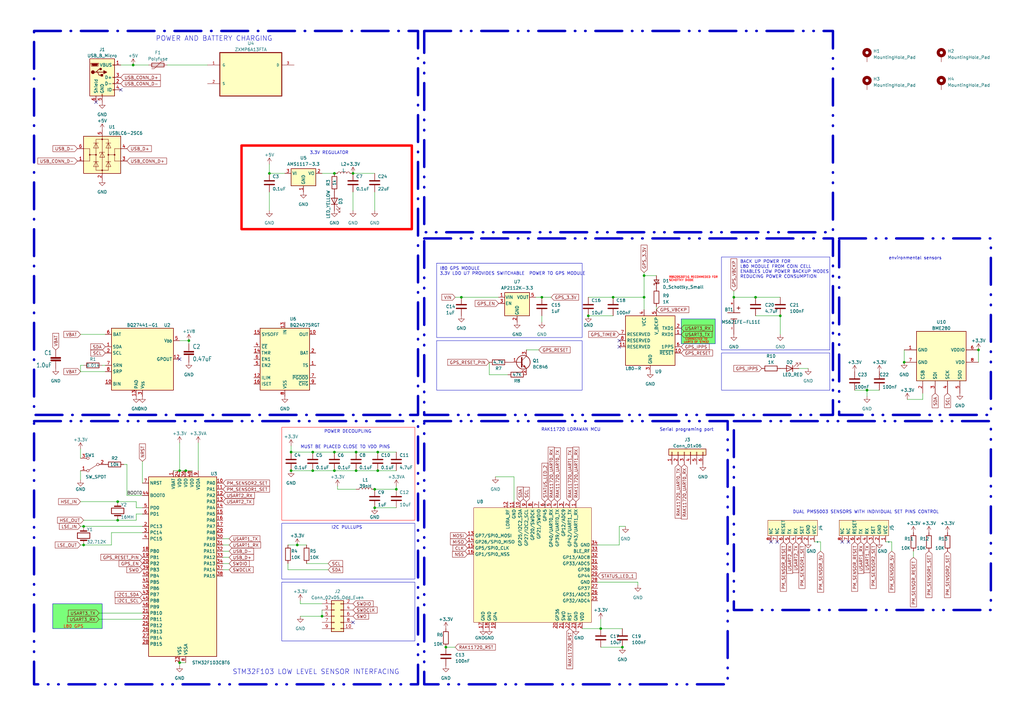
<source format=kicad_sch>
(kicad_sch (version 20230121) (generator eeschema)
  (paper "A3")
  (junction (at 182.88 265.43))
  (junction (at 153.67 200.66))
  (junction (at 355.6 160.02))
  (junction (at 34.29 215.9))
  (junction (at 132.08 252.73))
  (junction (at 146.05 193.04))
  (junction (at 309.88 121.92))
  (junction (at 300.99 121.92))
  (junction (at 251.46 121.92))
  (junction (at 119.38 185.42))
  (junction (at 54.61 26.67))
  (junction (at 48.26 213.36))
  (junction (at 48.26 205.74))
  (junction (at 264.16 121.92))
  (junction (at 34.29 223.52))
  (junction (at 73.66 193.04))
  (junction (at 241.3 129.54))
  (junction (at 154.94 193.04))
  (junction (at 154.94 185.42))
  (junction (at 246.38 257.81))
  (junction (at 153.67 208.28))
  (junction (at 128.27 193.04))
  (junction (at 370.84 148.59))
  (junction (at 162.56 200.66))
  (junction (at 255.27 265.43))
  (junction (at 189.23 121.92))
  (junction (at 137.16 193.04))
  (junction (at 73.66 271.78))
  (junction (at 320.04 129.54))
  (junction (at 110.49 71.12))
  (junction (at 119.38 193.04))
  (junction (at 77.47 139.7))
  (junction (at 146.05 185.42))
  (junction (at 128.27 185.42))
  (junction (at 137.16 71.12))
  (junction (at 76.2 193.04))
  (junction (at 144.78 71.12))
  (junction (at 137.16 185.42))
  (junction (at 222.25 121.92))
  (junction (at 121.92 223.52))
  (junction (at 264.16 113.03))
  (junction (at 401.32 143.51))
  (no_connect (at 318.77 222.25))
  (no_connect (at 316.23 222.25))
  (no_connect (at 73.66 147.32))
  (no_connect (at 49.53 36.83))
  (no_connect (at 345.44 222.25))
  (no_connect (at 254 142.24))
  (no_connect (at 144.78 255.27))
  (no_connect (at 39.37 41.91))
  (no_connect (at 254 139.7))
  (no_connect (at 347.98 222.25))
  (wire (pts (xy 58.42 189.23) (xy 58.42 198.12)))
  (wire (pts (xy 261.62 238.76) (xy 261.62 240.03)))
  (wire (pts (xy 123.19 252.73) (xy 132.08 252.73)))
  (wire (pts (xy 254 215.9) (xy 254 223.52)))
  (wire (pts (xy 138.43 199.39) (xy 138.43 200.66)))
  (wire (pts (xy 55.88 213.36) (xy 55.88 210.82)))
  (wire (pts (xy 138.43 200.66) (xy 146.05 200.66)))
  (wire (pts (xy 200.66 153.67) (xy 200.66 148.59)))
  (wire (pts (xy 137.16 71.12) (xy 132.08 71.12)))
  (wire (pts (xy 119.38 185.42) (xy 128.27 185.42)))
  (wire (pts (xy 128.27 193.04) (xy 137.16 193.04)))
  (wire (pts (xy 123.19 247.65) (xy 132.08 247.65)))
  (wire (pts (xy 370.84 143.51) (xy 370.84 148.59)))
  (wire (pts (xy 40.64 254) (xy 58.42 254)))
  (wire (pts (xy 33.02 223.52) (xy 34.29 223.52)))
  (wire (pts (xy 251.46 121.92) (xy 264.16 121.92)))
  (wire (pts (xy 34.29 213.36) (xy 48.26 213.36)))
  (wire (pts (xy 77.47 139.7) (xy 73.66 139.7)))
  (wire (pts (xy 336.55 222.25) (xy 334.01 222.25)))
  (wire (pts (xy 401.32 143.51) (xy 401.32 148.59)))
  (wire (pts (xy 153.67 208.28) (xy 162.56 208.28)))
  (wire (pts (xy 91.44 226.06) (xy 93.98 226.06)))
  (wire (pts (xy 153.67 200.66) (xy 162.56 200.66)))
  (wire (pts (xy 246.38 257.81) (xy 246.38 254)))
  (wire (pts (xy 203.2 195.58) (xy 210.82 195.58)))
  (wire (pts (xy 269.24 125.73) (xy 269.24 127)))
  (wire (pts (xy 91.44 223.52) (xy 93.98 223.52)))
  (wire (pts (xy 264.16 113.03) (xy 264.16 121.92)))
  (wire (pts (xy 146.05 193.04) (xy 154.94 193.04)))
  (wire (pts (xy 55.88 208.28) (xy 58.42 208.28)))
  (wire (pts (xy 50.8 190.5) (xy 52.07 190.5)))
  (wire (pts (xy 33.02 205.74) (xy 48.26 205.74)))
  (wire (pts (xy 189.23 121.92) (xy 204.47 121.92)))
  (wire (pts (xy 52.07 203.2) (xy 58.42 203.2)))
  (wire (pts (xy 41.91 149.86) (xy 43.18 149.86)))
  (wire (pts (xy 365.76 226.06) (xy 365.76 222.25)))
  (wire (pts (xy 33.02 137.16) (xy 43.18 137.16)))
  (wire (pts (xy 119.38 182.88) (xy 119.38 185.42)))
  (wire (pts (xy 91.44 231.14) (xy 93.98 231.14)))
  (wire (pts (xy 186.69 121.92) (xy 189.23 121.92)))
  (wire (pts (xy 33.02 215.9) (xy 34.29 215.9)))
  (wire (pts (xy 146.05 185.42) (xy 154.94 185.42)))
  (wire (pts (xy 55.88 205.74) (xy 55.88 208.28)))
  (wire (pts (xy 264.16 121.92) (xy 264.16 127)))
  (wire (pts (xy 43.18 152.4) (xy 33.02 152.4)))
  (wire (pts (xy 71.12 193.04) (xy 73.66 193.04)))
  (wire (pts (xy 254 215.9) (xy 256.54 215.9)))
  (wire (pts (xy 81.28 181.61) (xy 81.28 193.04)))
  (wire (pts (xy 77.47 140.97) (xy 77.47 139.7)))
  (wire (pts (xy 222.25 121.92) (xy 219.71 121.92)))
  (wire (pts (xy 327.66 151.13) (xy 331.47 151.13)))
  (wire (pts (xy 222.25 129.54) (xy 222.25 132.08)))
  (wire (pts (xy 355.6 160.02) (xy 350.52 160.02)))
  (wire (pts (xy 365.76 222.25) (xy 363.22 222.25)))
  (wire (pts (xy 132.08 250.19) (xy 132.08 252.73)))
  (wire (pts (xy 144.78 71.12) (xy 153.67 71.12)))
  (wire (pts (xy 73.66 271.78) (xy 73.66 273.05)))
  (wire (pts (xy 254 223.52) (xy 245.11 223.52)))
  (wire (pts (xy 355.6 162.56) (xy 355.6 160.02)))
  (wire (pts (xy 110.49 86.36) (xy 110.49 78.74)))
  (wire (pts (xy 68.58 26.67) (xy 85.09 26.67)))
  (wire (pts (xy 208.28 153.67) (xy 200.66 153.67)))
  (wire (pts (xy 58.42 218.44) (xy 45.72 218.44)))
  (wire (pts (xy 45.72 218.44) (xy 45.72 223.52)))
  (wire (pts (xy 118.11 223.52) (xy 121.92 223.52)))
  (wire (pts (xy 374.65 228.6) (xy 374.65 226.06)))
  (wire (pts (xy 154.94 193.04) (xy 162.56 193.04)))
  (wire (pts (xy 154.94 185.42) (xy 162.56 185.42)))
  (wire (pts (xy 121.92 223.52) (xy 125.73 223.52)))
  (wire (pts (xy 162.56 199.39) (xy 162.56 200.66)))
  (wire (pts (xy 34.29 215.9) (xy 58.42 215.9)))
  (wire (pts (xy 134.62 233.68) (xy 118.11 233.68)))
  (wire (pts (xy 378.46 163.83) (xy 378.46 161.29)))
  (wire (pts (xy 186.69 265.43) (xy 182.88 265.43)))
  (wire (pts (xy 128.27 185.42) (xy 137.16 185.42)))
  (wire (pts (xy 33.02 152.4) (xy 33.02 149.86)))
  (wire (pts (xy 241.3 129.54) (xy 251.46 129.54)))
  (wire (pts (xy 336.55 226.06) (xy 336.55 222.25)))
  (wire (pts (xy 372.11 163.83) (xy 378.46 163.83)))
  (wire (pts (xy 73.66 181.61) (xy 73.66 193.04)))
  (wire (pts (xy 110.49 67.31) (xy 110.49 71.12)))
  (wire (pts (xy 210.82 195.58) (xy 210.82 205.74)))
  (wire (pts (xy 76.2 193.04) (xy 78.74 193.04)))
  (wire (pts (xy 33.02 193.04) (xy 33.02 196.85)))
  (wire (pts (xy 245.11 238.76) (xy 261.62 238.76)))
  (wire (pts (xy 91.44 220.98) (xy 93.98 220.98)))
  (wire (pts (xy 264.16 113.03) (xy 269.24 113.03)))
  (wire (pts (xy 238.76 257.81) (xy 246.38 257.81)))
  (wire (pts (xy 309.88 129.54) (xy 320.04 129.54)))
  (wire (pts (xy 309.88 121.92) (xy 320.04 121.92)))
  (wire (pts (xy 226.06 121.92) (xy 222.25 121.92)))
  (wire (pts (xy 54.61 26.67) (xy 60.96 26.67)))
  (wire (pts (xy 137.16 193.04) (xy 146.05 193.04)))
  (wire (pts (xy 91.44 228.6) (xy 93.98 228.6)))
  (wire (pts (xy 45.72 223.52) (xy 34.29 223.52)))
  (wire (pts (xy 264.16 111.76) (xy 264.16 113.03)))
  (wire (pts (xy 300.99 121.92) (xy 309.88 121.92)))
  (wire (pts (xy 137.16 185.42) (xy 146.05 185.42)))
  (wire (pts (xy 246.38 265.43) (xy 255.27 265.43)))
  (wire (pts (xy 110.49 71.12) (xy 116.84 71.12)))
  (wire (pts (xy 73.66 271.78) (xy 76.2 271.78)))
  (wire (pts (xy 40.64 251.46) (xy 58.42 251.46)))
  (wire (pts (xy 54.61 26.67) (xy 49.53 26.67)))
  (wire (pts (xy 55.88 210.82) (xy 58.42 210.82)))
  (wire (pts (xy 33.02 149.86) (xy 34.29 149.86)))
  (wire (pts (xy 300.99 119.38) (xy 300.99 121.92)))
  (wire (pts (xy 119.38 193.04) (xy 128.27 193.04)))
  (wire (pts (xy 48.26 213.36) (xy 55.88 213.36)))
  (wire (pts (xy 125.73 231.14) (xy 134.62 231.14)))
  (wire (pts (xy 52.07 190.5) (xy 52.07 203.2)))
  (wire (pts (xy 123.19 246.38) (xy 123.19 247.65)))
  (wire (pts (xy 241.3 121.92) (xy 251.46 121.92)))
  (wire (pts (xy 48.26 205.74) (xy 55.88 205.74)))
  (wire (pts (xy 144.78 86.36) (xy 144.78 78.74)))
  (wire (pts (xy 246.38 257.81) (xy 255.27 257.81)))
  (wire (pts (xy 215.9 143.51) (xy 220.98 143.51)))
  (wire (pts (xy 118.11 233.68) (xy 118.11 231.14)))
  (wire (pts (xy 320.04 129.54) (xy 320.04 137.16)))
  (wire (pts (xy 91.44 233.68) (xy 93.98 233.68)))
  (wire (pts (xy 73.66 193.04) (xy 76.2 193.04)))
  (wire (pts (xy 33.02 184.15) (xy 33.02 187.96)))
  (wire (pts (xy 355.6 160.02) (xy 360.68 160.02)))
  (wire (pts (xy 153.67 86.36) (xy 153.67 78.74)))
  (rectangle (start 279.4 130.81) (end 293.37 140.97) (fill (type color) (color 0 255 0 0.55)))
  (rectangle (start 295.91 105.41) (end 340.36 143.51))
  (rectangle (start 173.99 12.7) (end 341.63 95.25) (stroke (width 1) (type dash_dot_dot)))
  (rectangle (start 295.91 144.78) (end 340.36 160.02))
  (rectangle (start 179.07 139.7) (end 238.76 160.02))
  (rectangle (start 344.17 97.79) (end 406.4 170.18) (stroke (width 1) (type dash_dot_dot)))
  (rectangle (start 21.59 247.65) (end 41.91 257.81) (fill (type color) (color 0 255 0 0.52)))
  (rectangle (start 173.99 172.72) (end 298.45 280.67) (stroke (width 1) (type dash_dot_dot)))
  (rectangle (start 115.57 214.63) (end 170.18 237.49))
  (rectangle (start 173.99 97.79) (end 341.63 170.18) (stroke (width 1) (type dash_dot_dot)))
  (rectangle (start 13.97 12.7) (end 171.45 170.18) (stroke (width 1) (type dash_dot)))
  (rectangle (start 179.07 107.95) (end 238.76 138.43))
  (rectangle (start 13.97 172.72) (end 171.45 280.67) (stroke (width 1) (type dash_dot_dot)))
  (rectangle (start 300.99 172.72) (end 406.4 250.19) (stroke (width 1) (type dash_dot_dot)))
  (rectangle (start 115.57 238.76) (end 170.18 262.89))
  (rectangle (start 115.57 175.26) (end 170.18 213.36) (stroke (width 0) (color 255 0 0 1)))
  (rectangle (start 99.06 59.69) (end 168.91 93.98) (stroke (width 1) (color 255 0 0 1)))
  (text "BACK UP POWER FOR \nL80 MODULE FROM COIN CELL\nENABLES LOW POWER BACKUP MODES\nREDUCING POWER CONSUMPTION\n" (at 303.53 114.3 0) (effects (font (size 1.27 1.27)) (justify left bottom)))
  (text "STM32F103 LOW LEVEL SENSOR INTERFACING\n" (at 163.83 276.86 0) (effects (font (size 2 2)) (justify right bottom)))
  (text "RB520S30T1G RECOMMEDED FOR \nSCHOTTKY DIODE" (at 274.32 115.57 0) (effects (font (size 0.8 0.8)) (justify left bottom)))
  (text "CONNECTED TO \nUART3 OF STM32" (at 290.83 140.97 0) (effects (font (size 0.8 0.8)) (justify right bottom)))
  (text "l80 GPS MODULE\n3.3V LDO U7 PROVIDES SWITCHABLE  POWER TO GPS MODULE\n" (at 180.34 113.03 0) (effects (font (size 1.27 1.27)) (justify left bottom)))
  (text "RAK11720 LORAWAN MCU\n\n" (at 246.38 179.07 0) (effects (font (size 1.27 1.27)) (justify right bottom)))
  (text "POWER AND BATTERY CHARGING\n\n" (at 111.76 20.32 0) (effects (font (size 2 2)) (justify right bottom)))
  (text "3.3V REGULATOR\n" (at 127 63.5 0) (effects (font (size 1.27 1.27)) (justify left bottom)))
  (text "I2C PULLUPS\n" (at 135.89 217.17 0) (effects (font (size 1.27 1.27)) (justify left bottom)))
  (text "DUAL PMS5003 SENSORS WITH INDIVIDUAL SET PINS CONTROL\n" (at 325.12 210.82 0) (effects (font (size 1.27 1.27)) (justify left bottom)))
  (text "MUST BE PLACED CLOSE TO VDD PINS\n" (at 160.02 184.15 0) (effects (font (size 1.27 1.27)) (justify right bottom)))
  (text "L80 GPS\n" (at 34.29 257.81 0) (effects (font (size 1.27 1.27)) (justify right bottom)))
  (text "POWER DECOUPLING\n" (at 152.4 177.8 0) (effects (font (size 1.27 1.27)) (justify right bottom)))
  (text "Serial programing port\n\n" (at 270.51 179.07 0) (effects (font (size 1.27 1.27)) (justify left bottom)))
  (text "environmental sensors" (at 364.49 106.68 0) (effects (font (size 1.27 1.27)) (justify left bottom)))
  (label "BOOT0" (at 52.07 203.2 0))
  (global_label "SWDIO" (shape input) (at 144.78 247.65 0) (property "Intersheetrefs" "${INTERSHEET_REFS}" (effects hide)))
  (global_label "PM_SENSOR_5V" (shape input) (at 336.55 226.06 270) (property "Intersheetrefs" "${INTERSHEET_REFS}" (effects hide)))
  (global_label "GPS_3.3V" (shape input) (at 226.06 121.92 0) (property "Intersheetrefs" "${INTERSHEET_REFS}" (effects hide)))
  (global_label "GPS_EN" (shape input) (at 58.42 231.14 180) (property "Intersheetrefs" "${INTERSHEET_REFS}" (effects hide)))
  (global_label "USART2_TX" (shape input) (at 326.39 222.25 270) (property "Intersheetrefs" "${INTERSHEET_REFS}" (effects hide)))
  (global_label "USB_D-" (shape input) (at 31.75 60.96 180) (property "Intersheetrefs" "${INTERSHEET_REFS}" (effects hide)))
  (global_label "VBAT" (shape input) (at 33.02 152.4 180) (property "Intersheetrefs" "${INTERSHEET_REFS}" (effects hide)))
  (global_label "GPS_IPPS" (shape input) (at 279.4 142.24 0) (property "Intersheetrefs" "${INTERSHEET_REFS}" (effects hide)))
  (global_label "USART3_RX" (shape input) (at 40.64 254 180) (property "Intersheetrefs" "${INTERSHEET_REFS}" (effects hide)))
  (global_label "USART1_TX" (shape input) (at 93.98 220.98 0) (property "Intersheetrefs" "${INTERSHEET_REFS}" (effects hide)))
  (global_label "USB_D+" (shape input) (at 93.98 228.6 0) (property "Intersheetrefs" "${INTERSHEET_REFS}" (effects hide)))
  (global_label "MOSI" (shape input) (at 191.77 219.71 180) (property "Intersheetrefs" "${INTERSHEET_REFS}" (effects hide)))
  (global_label "GPS_VBCKP" (shape input) (at 300.99 119.38 90) (property "Intersheetrefs" "${INTERSHEET_REFS}" (effects hide)))
  (global_label "SWDCLK" (shape input) (at 93.98 233.68 0) (property "Intersheetrefs" "${INTERSHEET_REFS}" (effects hide)))
  (global_label "RAK11720_UART0_TX" (shape input) (at 278.13 190.5 270) (property "Intersheetrefs" "${INTERSHEET_REFS}" (effects hide)))
  (global_label "VIN" (shape input) (at 186.69 121.92 180) (property "Intersheetrefs" "${INTERSHEET_REFS}" (effects hide)))
  (global_label "GPS_IPPS" (shape input) (at 312.42 151.13 180) (property "Intersheetrefs" "${INTERSHEET_REFS}" (effects hide)))
  (global_label "PM_SENSOR_5V" (shape input) (at 365.76 226.06 270) (property "Intersheetrefs" "${INTERSHEET_REFS}" (effects hide)))
  (global_label "PM_SENSOR_RESET" (shape input) (at 321.31 222.25 270) (property "Intersheetrefs" "${INTERSHEET_REFS}" (effects hide)))
  (global_label "RAK11720_UART0_RX" (shape input) (at 280.67 190.5 270) (property "Intersheetrefs" "${INTERSHEET_REFS}" (effects hide)))
  (global_label "RAK11720_UART1_RX" (shape input) (at 236.22 205.74 90) (property "Intersheetrefs" "${INTERSHEET_REFS}" (effects hide)))
  (global_label "USB_CONN_D-" (shape input) (at 49.53 34.29 0) (property "Intersheetrefs" "${INTERSHEET_REFS}" (effects hide)))
  (global_label "USB_CONN_D+" (shape input) (at 49.53 31.75 0) (property "Intersheetrefs" "${INTERSHEET_REFS}" (effects hide)))
  (global_label "HSE_IN" (shape input) (at 33.02 205.74 180) (property "Intersheetrefs" "${INTERSHEET_REFS}" (effects hide)))
  (global_label "USB_CONN_D-" (shape input) (at 31.75 66.04 180) (property "Intersheetrefs" "${INTERSHEET_REFS}" (effects hide)))
  (global_label "SCL" (shape input) (at 388.62 161.29 270) (property "Intersheetrefs" "${INTERSHEET_REFS}" (effects hide)))
  (global_label "RAK11720_RST" (shape input) (at 233.68 257.81 270) (property "Intersheetrefs" "${INTERSHEET_REFS}" (effects hide)))
  (global_label "SDA" (shape input) (at 43.18 142.24 180) (property "Intersheetrefs" "${INTERSHEET_REFS}" (effects hide)))
  (global_label "GPS_VBCKP" (shape input) (at 269.24 127 0) (property "Intersheetrefs" "${INTERSHEET_REFS}" (effects hide)))
  (global_label "USART3_RX" (shape input) (at 279.4 134.62 0) (property "Intersheetrefs" "${INTERSHEET_REFS}" (effects hide)))
  (global_label "USART2_TX" (shape input) (at 91.44 205.74 0) (property "Intersheetrefs" "${INTERSHEET_REFS}" (effects hide)))
  (global_label "NSS" (shape input) (at 191.77 227.33 180) (property "Intersheetrefs" "${INTERSHEET_REFS}" (effects hide)))
  (global_label "LSE_IN" (shape input) (at 33.02 215.9 180) (property "Intersheetrefs" "${INTERSHEET_REFS}" (effects hide)))
  (global_label "USART3_TX" (shape input) (at 279.4 137.16 0) (property "Intersheetrefs" "${INTERSHEET_REFS}" (effects hide)))
  (global_label "VBAT" (shape input) (at 22.86 143.51 90) (property "Intersheetrefs" "${INTERSHEET_REFS}" (effects hide)))
  (global_label "SDA" (shape input) (at 134.62 233.68 0) (property "Intersheetrefs" "${INTERSHEET_REFS}" (effects hide)))
  (global_label "USB_D-" (shape input) (at 93.98 226.06 0) (property "Intersheetrefs" "${INTERSHEET_REFS}" (effects hide)))
  (global_label "PM_SENSOR1_SET" (shape input) (at 91.44 200.66 0) (property "Intersheetrefs" "${INTERSHEET_REFS}" (effects hide)))
  (global_label "USB_CONN_D+" (shape input) (at 52.07 66.04 0) (property "Intersheetrefs" "${INTERSHEET_REFS}" (effects hide)))
  (global_label "PM_SENSOR_RESET" (shape input) (at 374.65 228.6 270) (property "Intersheetrefs" "${INTERSHEET_REFS}" (effects hide)))
  (global_label "RAK11720_UART1_TX" (shape input) (at 233.68 205.74 90) (property "Intersheetrefs" "${INTERSHEET_REFS}" (effects hide)))
  (global_label "MISO" (shape input) (at 191.77 222.25 180) (property "Intersheetrefs" "${INTERSHEET_REFS}" (effects hide)))
  (global_label "PM_SENSOR2_SET" (shape input) (at 388.62 226.06 270) (property "Intersheetrefs" "${INTERSHEET_REFS}" (effects hide)))
  (global_label "USB_D+" (shape input) (at 52.07 60.96 0) (property "Intersheetrefs" "${INTERSHEET_REFS}" (effects hide)))
  (global_label "GPS_TIMER" (shape input) (at 254 137.16 180) (property "Intersheetrefs" "${INTERSHEET_REFS}" (effects hide)))
  (global_label "USART1_RX" (shape input) (at 353.06 222.25 270) (property "Intersheetrefs" "${INTERSHEET_REFS}" (effects hide)))
  (global_label "SCL" (shape input) (at 134.62 231.14 0) (property "Intersheetrefs" "${INTERSHEET_REFS}" (effects hide)))
  (global_label "SWDCLK" (shape input) (at 144.78 250.19 0) (property "Intersheetrefs" "${INTERSHEET_REFS}" (effects hide)))
  (global_label "RAK11720_RST" (shape input) (at 186.69 265.43 0) (property "Intersheetrefs" "${INTERSHEET_REFS}" (effects hide)))
  (global_label "GPS_3.3V" (shape input) (at 264.16 111.76 90) (property "Intersheetrefs" "${INTERSHEET_REFS}" (effects hide)))
  (global_label "RAK11720_UART0_RX" (shape input) (at 226.06 205.74 90) (property "Intersheetrefs" "${INTERSHEET_REFS}" (effects hide)))
  (global_label "USART2_RX" (shape input) (at 323.85 222.25 270) (property "Intersheetrefs" "${INTERSHEET_REFS}" (effects hide)))
  (global_label "SWO" (shape input) (at 144.78 252.73 0) (property "Intersheetrefs" "${INTERSHEET_REFS}" (effects hide)))
  (global_label "USART1_TX" (shape input) (at 355.6 222.25 270) (property "Intersheetrefs" "${INTERSHEET_REFS}" (effects hide)))
  (global_label "I2C1_SCL" (shape input) (at 58.42 246.38 180) (property "Intersheetrefs" "${INTERSHEET_REFS}" (effects hide)))
  (global_label "GPS_RESET" (shape input) (at 220.98 143.51 0) (property "Intersheetrefs" "${INTERSHEET_REFS}" (effects hide)))
  (global_label "LSE_OUT" (shape input) (at 33.02 223.52 180) (property "Intersheetrefs" "${INTERSHEET_REFS}" (effects hide)))
  (global_label "SDA" (shape input) (at 213.36 205.74 90) (property "Intersheetrefs" "${INTERSHEET_REFS}" (effects hide)))
  (global_label "HSE_OUT" (shape input) (at 34.29 213.36 180) (property "Intersheetrefs" "${INTERSHEET_REFS}" (effects hide)))
  (global_label "CLK" (shape input) (at 191.77 224.79 180) (property "Intersheetrefs" "${INTERSHEET_REFS}" (effects hide)))
  (global_label "NRST" (shape input) (at 58.42 189.23 90) (property "Intersheetrefs" "${INTERSHEET_REFS}" (effects hide)))
  (global_label "SCL" (shape input) (at 43.18 144.78 180) (property "Intersheetrefs" "${INTERSHEET_REFS}" (effects hide)))
  (global_label "PM_SENSOR1_SET" (shape input) (at 328.93 222.25 270) (property "Intersheetrefs" "${INTERSHEET_REFS}" (effects hide)))
  (global_label "PM_SENSOR_RESET" (shape input) (at 350.52 222.25 270) (property "Intersheetrefs" "${INTERSHEET_REFS}" (effects hide)))
  (global_label "RAK11720_UART0_TX" (shape input) (at 228.6 205.74 90) (property "Intersheetrefs" "${INTERSHEET_REFS}" (effects hide)))
  (global_label "VBAT" (shape input) (at 33.02 137.16 180) (property "Intersheetrefs" "${INTERSHEET_REFS}" (effects hide)))
  (global_label "USART3_TX" (shape input) (at 40.64 251.46 180) (property "Intersheetrefs" "${INTERSHEET_REFS}" (effects hide)))
  (global_label "GPS_RESET" (shape input) (at 279.4 144.78 0) (property "Intersheetrefs" "${INTERSHEET_REFS}" (effects hide)))
  (global_label "SCL" (shape input) (at 215.9 205.74 90) (property "Intersheetrefs" "${INTERSHEET_REFS}" (effects hide)))
  (global_label "I2C1_SDA" (shape input) (at 58.42 243.84 180) (property "Intersheetrefs" "${INTERSHEET_REFS}" (effects hide)))
  (global_label "USART1_RX" (shape input) (at 93.98 223.52 0) (property "Intersheetrefs" "${INTERSHEET_REFS}" (effects hide)))
  (global_label "STATUS_LED_2" (shape input) (at 223.52 205.74 90) (property "Intersheetrefs" "${INTERSHEET_REFS}" (effects hide)))
  (global_label "STATUS_LED_1" (shape input) (at 245.11 236.22 0) (property "Intersheetrefs" "${INTERSHEET_REFS}" (effects hide)))
  (global_label "USART2_RX" (shape input) (at 91.44 203.2 0) (property "Intersheetrefs" "${INTERSHEET_REFS}" (effects hide)))
  (global_label "GPS_RESET_PIN" (shape input) (at 200.66 148.59 180) (property "Intersheetrefs" "${INTERSHEET_REFS}" (effects hide)))
  (global_label "SDA" (shape input) (at 383.54 161.29 270) (property "Intersheetrefs" "${INTERSHEET_REFS}" (effects hide)))
  (global_label "PM_SENSOR2_SET" (shape input) (at 358.14 222.25 270) (property "Intersheetrefs" "${INTERSHEET_REFS}" (effects hide)))
  (global_label "SWDIO" (shape input) (at 93.98 231.14 0) (property "Intersheetrefs" "${INTERSHEET_REFS}" (effects hide)))
  (global_label "PM_SENSOR2_SET" (shape input) (at 91.44 198.12 0) (property "Intersheetrefs" "${INTERSHEET_REFS}" (effects hide)))
  (global_label "SWO" (shape input) (at 58.42 233.68 180) (property "Intersheetrefs" "${INTERSHEET_REFS}" (effects hide)))
  (global_label "PM_SENSOR1_SET" (shape input) (at 381 226.06 270) (property "Intersheetrefs" "${INTERSHEET_REFS}" (effects hide)))
  (global_label "GPS_RESET_PIN" (shape input) (at 58.42 228.6 180) (property "Intersheetrefs" "${INTERSHEET_REFS}" (effects hide)))
  (global_label "GPS_EN" (shape input) (at 204.47 124.46 180) (property "Intersheetrefs" "${INTERSHEET_REFS}" (effects hide)))
  (symbol (lib_id "power:+3.3V") (at 360.68 152.4 0) (unit 1)
    (property "Reference" "#PWR053" (effects hide))
    (property "Value" "+3.3V" (at 360.68 148.59 0))
  )
  (symbol (lib_id "Device:R") (at 125.73 227.33 0) (unit 1)
    (property "Reference" "R5" (at 127 226.06 0) (effects (justify left)))
    (property "Value" "10K" (at 127 228.6 0) (effects (justify left)))
  )
  (symbol (lib_id "ZXMP6A13FTA:ZXMP6A13FTA") (at 102.87 26.67 0) (unit 1)
    (property "Reference" "U4" (at 102.87 17.78 0))
    (property "Value" "ZXMP6A13FTA" (at 102.87 20.32 0))
    (property "Footprint" "ZXMP6A13FTA:SOT95P232X112-3N" (effects hide))
    (property "SUPPLIER" "Diodes Inc" (effects hide))
    (property "OC_FARNELL" "1843770" (effects hide))
    (property "MPN" "ZXMP6A13FTA" (effects hide))
    (property "OC_NEWARK" "12T2278" (effects hide))
    (property "PACKAGE" "SOT-23-3" (effects hide))
  )
  (symbol (lib_id "power:+3.3V") (at 119.38 182.88 0) (unit 1)
    (property "Reference" "#PWR014" (effects hide))
    (property "Value" "+3.3V" (at 119.38 179.07 0))
  )
  (symbol (lib_id "Regulator_Linear:AP2112K-3.3") (at 212.09 124.46 0) (unit 1)
    (property "Reference" "U7" (at 212.09 115.57 0))
    (property "Value" "AP2112K-3.3" (at 212.09 118.11 0))
    (property "Footprint" "Package_TO_SOT_SMD:SOT-23-5" (effects hide))
    (property "Datasheet" "https://www.diodes.com/assets/Datasheets/AP2112.pdf" (effects hide))
  )
  (symbol (lib_id "Device:R") (at 212.09 153.67 270) (unit 1)
    (property "Reference" "R8" (at 212.09 156.21 90))
    (property "Value" "47K" (at 212.09 153.67 90))
  )
  (symbol (lib_id "Device:C") (at 137.16 189.23 0) (unit 1)
    (property "Reference" "C6" (at 138.43 186.69 0) (effects (justify left)))
    (property "Value" "0.1uF" (at 138.43 191.77 0) (effects (justify left)))
    (property "Footprint" "Capacitor_SMD:C_0603_1608Metric" (effects hide))
  )
  (symbol (lib_id "power:GND") (at 222.25 132.08 0) (unit 1)
    (property "Reference" "#PWR030" (effects hide))
    (property "Value" "GND" (at 222.25 137.16 0))
  )
  (symbol (lib_id "rak11720:rak11720") (at 218.44 232.41 0) (unit 1)
    (property "Reference" "U8" (at 196.85 205.74 0))
    (property "Value" "~" (at 223.52 207.01 0))
    (property "Footprint" "RAK3172:RAK11720" (effects hide))
  )
  (symbol (lib_id "Device:Crystal") (at 34.29 219.71 90) (unit 1)
    (property "Reference" "Y1" (at 35.56 217.17 90) (effects (justify right)))
    (property "Value" "32.712K" (at 35.56 222.25 90) (effects (justify right)))
    (property "Footprint" "Crystal:Crystal_C38-LF_D3.0mm_L8.0mm_Horizontal" (effects hide))
  )
  (symbol (lib_id "sparkfun-battery-babysitter-eagle-import:1.0UF-16V-10%(0603)") (at 22.86 148.59 0) (mirror y) (unit 1)
    (property "Reference" "C1" (at 21.336 145.669 0) (effects (font (size 1.778 1.5113)) (justify left bottom)))
    (property "Value" "1.0uF" (at 21.336 150.749 0) (effects (font (size 1.778 1.5113)) (justify left bottom)))
    (property "Footprint" "sparkfun-battery-babysitter:0603-CAP" (effects hide))
  )
  (symbol (lib_name "pms5003_connector_1") (lib_id "pms5003:pms5003_connector") (at 335.28 222.25 270) (unit 1)
    (property "Reference" "J4" (at 336.55 216.535 0))
    (property "Value" "~" (at 335.28 222.25 0))
    (property "Footprint" "pms5003 footprint:MOLEX_0532610871" (effects hide))
  )
  (symbol (lib_id "power:GND") (at 55.88 162.56 0) (unit 1)
    (property "Reference" "#PWR054" (effects hide))
    (property "Value" "GND" (at 55.88 167.64 0))
  )
  (symbol (lib_id "Device:C") (at 128.27 189.23 0) (unit 1)
    (property "Reference" "C5" (at 129.54 186.69 0) (effects (justify left)))
    (property "Value" "0.1uF" (at 129.54 191.77 0) (effects (justify left)))
    (property "Footprint" "Capacitor_SMD:C_0603_1608Metric" (effects hide))
  )
  (symbol (lib_id "Device:Crystal") (at 48.26 209.55 270) (unit 1)
    (property "Reference" "Y2" (at 49.53 207.01 90) (effects (justify left)))
    (property "Value" "16MH" (at 49.53 212.09 90) (effects (justify left)))
    (property "Footprint" "Crystal:Crystal_HC52-6mm_Vertical" (effects hide))
  )
  (symbol (lib_id "Device:C") (at 255.27 261.62 0) (unit 1)
    (property "Reference" "C19" (at 259.08 260.985 0) (effects (justify left)))
    (property "Value" "100nF" (at 259.08 263.525 0) (effects (justify left)))
  )
  (symbol (lib_id "Device:R") (at 374.65 222.25 0) (unit 1)
    (property "Reference" "R11" (at 370.84 220.98 0) (effects (justify left)))
    (property "Value" "10K" (at 369.57 224.79 0) (effects (justify left)))
  )
  (symbol (lib_id "power:GND") (at 22.86 151.13 0) (unit 1)
    (property "Reference" "#PWR01" (effects hide))
    (property "Value" "GND" (at 22.86 156.21 0))
  )
  (symbol (lib_id "Device:R") (at 38.1 149.86 270) (unit 1)
    (property "Reference" "R1" (at 38.1 147.32 90))
    (property "Value" "0.01k" (at 38.1 149.86 90))
    (property "Footprint" "Resistor_SMD:R_0603_1608Metric" (effects hide))
  )
  (symbol (lib_id "power:GND") (at 256.54 215.9 0) (unit 1)
    (property "Reference" "#PWR035" (effects hide))
    (property "Value" "GND" (at 256.54 220.98 0))
  )
  (symbol (lib_id "power:GND") (at 182.88 273.05 0) (unit 1)
    (property "Reference" "#PWR024" (effects hide))
    (property "Value" "GND" (at 182.88 278.13 0))
  )
  (symbol (lib_id "pms5003:pms5003_connector") (at 364.49 222.25 270) (unit 1)
    (property "Reference" "J5" (at 365.76 216.535 0))
    (property "Value" "~" (at 364.49 222.25 0))
    (property "Footprint" "pms5003 footprint:MOLEX_0532610871" (effects hide))
  )
  (symbol (lib_id "Device:C") (at 360.68 156.21 0) (unit 1)
    (property "Reference" "C22" (at 360.68 153.67 0) (effects (justify left)))
    (property "Value" "100nF" (at 361.95 158.75 0) (effects (justify left)))
  )
  (symbol (lib_id "Device:C") (at 153.67 204.47 0) (unit 1)
    (property "Reference" "C9" (at 154.94 201.93 0) (effects (justify left)))
    (property "Value" "1uF" (at 154.94 207.01 0) (effects (justify left)))
  )
  (symbol (lib_id "power:GND") (at 58.42 162.56 0) (unit 1)
    (property "Reference" "#PWR08" (effects hide))
    (property "Value" "GND" (at 58.42 167.64 0))
  )
  (symbol (lib_id "Device:Polyfuse") (at 64.77 26.67 270) (unit 1)
    (property "Reference" "F1" (at 64.77 21.59 90))
    (property "Value" "Polyfuse" (at 64.77 24.13 90))
  )
  (symbol (lib_id "power:GND") (at 41.91 73.66 0) (unit 1)
    (property "Reference" "#PWR06" (effects hide))
    (property "Value" "GND" (at 41.91 78.74 0))
  )
  (symbol (lib_id "power:GND") (at 331.47 151.13 0) (unit 1)
    (property "Reference" "#PWR041" (effects hide))
    (property "Value" "GND" (at 331.47 156.21 0))
  )
  (symbol (lib_id "power:GND") (at 124.46 78.74 0) (unit 1)
    (property "Reference" "#PWR057" (effects hide))
    (property "Value" "GND" (at 124.46 83.82 0))
  )
  (symbol (lib_id "power:GND") (at 320.04 137.16 0) (unit 1)
    (property "Reference" "#PWR040" (effects hide))
    (property "Value" "GND" (at 320.04 142.24 0))
  )
  (symbol (lib_id "Mechanical:MountingHole_Pad") (at 386.08 22.86 0) (unit 1)
    (property "Reference" "H2" (at 388.62 20.955 0) (effects (justify left)))
    (property "Value" "MountingHole_Pad" (at 388.62 23.495 0) (effects (justify left)))
    (property "Footprint" "MountingHole:MountingHole_3mm_Pad_Via" (effects hide))
  )
  (symbol (lib_id "Device:R") (at 46.99 190.5 270) (unit 1)
    (property "Reference" "R2" (at 46.99 187.96 90))
    (property "Value" "10k" (at 46.99 190.5 90))
    (property "Footprint" "Resistor_SMD:R_0603_1608Metric" (effects hide))
  )
  (symbol (lib_id "power:GND") (at 261.62 240.03 0) (unit 1)
    (property "Reference" "#PWR036" (effects hide))
    (property "Value" "GND" (at 261.62 245.11 0))
  )
  (symbol (lib_id "Mechanical:MountingHole_Pad") (at 355.6 22.86 0) (unit 1)
    (property "Reference" "H1" (at 358.14 20.955 0) (effects (justify left)))
    (property "Value" "MountingHole_Pad" (at 358.14 23.495 0) (effects (justify left)))
    (property "Footprint" "MountingHole:MountingHole_3mm_Pad_Via" (effects hide))
  )
  (symbol (lib_id "power:GND") (at 73.66 273.05 0) (unit 1)
    (property "Reference" "#PWR010" (effects hide))
    (property "Value" "GND" (at 73.66 278.13 0))
  )
  (symbol (lib_id "power:GND") (at 119.38 193.04 0) (unit 1)
    (property "Reference" "#PWR015" (effects hide))
    (property "Value" "GND" (at 119.38 198.12 0))
  )
  (symbol (lib_id "power:GND") (at 236.22 257.81 0) (unit 1)
    (property "Reference" "#PWR031" (effects hide))
    (property "Value" "GND" (at 237.49 261.62 0))
  )
  (symbol (lib_id "MS621FE-FL11E:MS621FE-FL11E") (at 300.99 129.54 270) (unit 1)
    (property "Reference" "BT1" (at 297.18 127 90) (effects (justify left)))
    (property "Value" "MS621FE-FL11E" (at 295.91 132.08 90) (effects (justify left)))
    (property "Footprint" "MS621FE-FL11E:BAT_MS621FE-FL11E" (effects hide))
    (property "PARTREV" "E" (effects hide))
    (property "STANDARD" "Manufacturer Recommendations" (effects hide))
    (property "MAXIMUM_PACKAGE_HEIGHT" "2.8mm" (effects hide))
    (property "MANUFACTURER" "Seiko Instruments" (effects hide))
  )
  (symbol (lib_id "power:GND") (at 110.49 86.36 0) (unit 1)
    (property "Reference" "#PWR058" (effects hide))
    (property "Value" "GND" (at 110.49 91.44 0))
  )
  (symbol (lib_id "Device:C") (at 119.38 189.23 0) (unit 1)
    (property "Reference" "C4" (at 120.65 186.69 0) (effects (justify left)))
    (property "Value" "0.1uF" (at 120.65 191.77 0) (effects (justify left)))
    (property "Footprint" "Capacitor_SMD:C_0603_1608Metric" (effects hide))
  )
  (symbol (lib_id "power:+5V") (at 41.91 53.34 0) (unit 1)
    (property "Reference" "#PWR05" (effects hide))
    (property "Value" "+5V" (at 41.91 49.53 0))
  )
  (symbol (lib_id "Device:C") (at 146.05 189.23 0) (unit 1)
    (property "Reference" "C8" (at 147.32 186.69 0) (effects (justify left)))
    (property "Value" "0.1uF" (at 147.32 191.77 0) (effects (justify left)))
    (property "Footprint" "Capacitor_SMD:C_0603_1608Metric" (effects hide))
  )
  (symbol (lib_id "power:GND") (at 77.47 148.59 0) (unit 1)
    (property "Reference" "#PWR013" (effects hide))
    (property "Value" "GND" (at 77.47 153.67 0))
  )
  (symbol (lib_id "power:+3.3V") (at 144.78 71.12 0) (unit 1)
    (property "Reference" "#PWR056" (effects hide))
    (property "Value" "+3.3V" (at 144.78 67.31 0))
  )
  (symbol (lib_id "Device:R") (at 182.88 261.62 0) (unit 1)
    (property "Reference" "R6" (at 179.07 260.35 0) (effects (justify left)))
    (property "Value" "10K" (at 177.8 264.16 0) (effects (justify left)))
  )
  (symbol (lib_id "Device:L") (at 149.86 200.66 90) (unit 1)
    (property "Reference" "L1" (at 149.86 196.85 90))
    (property "Value" "39nH" (at 149.86 199.39 90))
  )
  (symbol (lib_id "power:GND") (at 116.84 162.56 0) (unit 1)
    (property "Reference" "#PWR017" (effects hide))
    (property "Value" "GND" (at 116.84 167.64 0))
  )
  (symbol (lib_id "Device:R") (at 118.11 227.33 0) (unit 1)
    (property "Reference" "R4" (at 119.38 226.06 0) (effects (justify left)))
    (property "Value" "10K" (at 119.38 228.6 0) (effects (justify left)))
  )
  (symbol (lib_id "Power_Protection:USBLC6-2SC6") (at 41.91 63.5 0) (unit 1)
    (property "Reference" "U1" (at 44.5517 52.07 0) (effects (justify left)))
    (property "Value" "USBLC6-2SC6" (at 44.5517 54.61 0) (effects (justify left)))
    (property "Footprint" "Package_TO_SOT_SMD:SOT-23-6" (effects hide))
    (property "Datasheet" "https://www.st.com/resource/en/datasheet/usblc6-2.pdf" (effects hide))
  )
  (symbol (lib_id "power:GND") (at 212.09 132.08 0) (unit 1)
    (property "Reference" "#PWR029" (effects hide))
    (property "Value" "GND" (at 212.09 137.16 0))
  )
  (symbol (lib_id "Device:C") (at 182.88 269.24 0) (unit 1)
    (property "Reference" "C13" (at 186.69 268.605 0) (effects (justify left)))
    (property "Value" "100nF" (at 186.69 271.145 0) (effects (justify left)))
  )
  (symbol (lib_id "Sensor:BME280") (at 386.08 146.05 270) (unit 1)
    (property "Reference" "U10" (at 386.08 132.08 90))
    (property "Value" "BME280" (at 386.08 134.62 90))
    (property "Footprint" "Package_LGA:Bosch_LGA-8_2.5x2.5mm_P0.65mm_ClockwisePinNumbering" (effects hide))
    (property "Datasheet" "https://www.bosch-sensortec.com/media/boschsensortec/downloads/datasheets/bst-bme280-ds002.pdf" (effects hide))
  )
  (symbol (lib_id "RF_GPS:L80-R") (at 266.7 139.7 0) (unit 1)
    (property "Reference" "U9" (at 268.6559 152.4 0) (effects (justify left)))
    (property "Value" "L80-R" (at 256.54 151.13 0) (effects (justify left)))
    (property "Footprint" "RF_GPS:Quectel_L80-R" (effects hide))
    (property "Datasheet" "https://www.quectel.com/UploadImage/Downlad/Quectel_L80-R_Hardware_Design_V1.2.pdf" (effects hide))
  )
  (symbol (lib_id "power:+3.3V") (at 401.32 143.51 0) (unit 1)
    (property "Reference" "#PWR048" (effects hide))
    (property "Value" "+3.3V" (at 401.32 139.7 0))
  )
  (symbol (lib_id "power:+3.3V") (at 372.11 163.83 0) (unit 1)
    (property "Reference" "#PWR050" (effects hide))
    (property "Value" "+3.3V" (at 372.11 160.02 0))
  )
  (symbol (lib_id "Regulator_Linear:AMS1117-3.3") (at 124.46 71.12 0) (unit 1)
    (property "Reference" "U5" (at 124.46 64.77 0))
    (property "Value" "AMS1117-3.3" (at 124.46 67.31 0))
    (property "Footprint" "Package_TO_SOT_SMD:SOT-223-3_TabPin2" (effects hide))
    (property "Datasheet" "http://www.advanced-monolithic.com/pdf/ds1117.pdf" (effects hide))
  )
  (symbol (lib_id "power:+3.3V") (at 381 218.44 0) (unit 1)
    (property "Reference" "#PWR045" (effects hide))
    (property "Value" "+3.3V" (at 381 214.63 0))
  )
  (symbol (lib_id "Switch:SW_SPDT") (at 38.1 190.5 180) (unit 1)
    (property "Reference" "SW1" (at 36.83 186.69 0))
    (property "Value" "SW_SPDT" (at 39.37 195.58 0))
  )
  (symbol (lib_id "MCU_ST_STM32F1:STM32F103CBTx") (at 73.66 233.68 0) (unit 1)
    (property "Reference" "U3" (at 86.36 194.31 0) (effects (justify left)))
    (property "Value" "STM32F103CBT6" (at 78.74 271.78 0) (effects (justify left)))
    (property "Footprint" "Package_QFP:LQFP-48_7x7mm_P0.5mm" (effects hide))
    (property "Datasheet" "https://www.st.com/resource/en/datasheet/stm32f103cb.pdf" (effects hide))
  )
  (symbol (lib_id "power:+5V") (at 54.61 26.67 0) (unit 1)
    (property "Reference" "#PWR07" (effects hide))
    (property "Value" "+5V" (at 54.61 22.86 0))
  )
  (symbol (lib_id "power:GND") (at 370.84 148.59 0) (unit 1)
    (property "Reference" "#PWR047" (effects hide))
    (property "Value" "GND" (at 370.84 153.67 0))
  )
  (symbol (lib_id "power:GND") (at 288.29 190.5 0) (unit 1)
    (property "Reference" "#PWR038" (effects hide))
    (property "Value" "GND" (at 288.29 195.58 0))
  )
  (symbol (lib_id "Device:C") (at 222.25 125.73 0) (unit 1)
    (property "Reference" "C15" (at 226.06 125.095 0) (effects (justify left)))
    (property "Value" "1uF" (at 226.06 127.635 0) (effects (justify left)))
  )
  (symbol (lib_id "power:+3.3V") (at 246.38 254 0) (unit 1)
    (property "Reference" "#PWR033" (effects hide))
    (property "Value" "+3.3V" (at 246.38 250.19 0))
  )
  (symbol (lib_id "Mechanical:MountingHole_Pad") (at 386.08 34.29 0) (unit 1)
    (property "Reference" "H4" (at 388.62 32.385 0) (effects (justify left)))
    (property "Value" "MountingHole_Pad" (at 388.62 34.925 0) (effects (justify left)))
    (property "Footprint" "MountingHole:MountingHole_3mm_Pad_Via" (effects hide))
  )
  (symbol (lib_id "power:GND") (at 200.66 257.81 0) (unit 1)
    (property "Reference" "#PWR027" (effects hide))
    (property "Value" "GND" (at 200.66 261.62 0))
  )
  (symbol (lib_id "Device:C") (at 144.78 74.93 0) (unit 1)
    (property "Reference" "C7" (at 146.05 72.39 0) (effects (justify left)))
    (property "Value" "0.1uF" (at 146.05 77.47 0) (effects (justify left)))
    (property "Footprint" "Capacitor_SMD:C_0603_1608Metric" (effects hide))
  )
  (symbol (lib_id "power:GND") (at 33.02 196.85 0) (unit 1)
    (property "Reference" "#PWR03" (effects hide))
    (property "Value" "GND" (at 33.02 200.66 0))
  )
  (symbol (lib_id "power:GND") (at 153.67 86.36 0) (unit 1)
    (property "Reference" "#PWR060" (effects hide))
    (property "Value" "GND" (at 153.67 91.44 0))
  )
  (symbol (lib_id "power:+3.3V") (at 33.02 184.15 0) (unit 1)
    (property "Reference" "#PWR02" (effects hide))
    (property "Value" "+3.3V" (at 33.02 180.34 0))
  )
  (symbol (lib_id "Battery_Management:BQ24075RGT") (at 116.84 147.32 0) (unit 1)
    (property "Reference" "U6" (at 118.7959 130.81 0) (effects (justify left)))
    (property "Value" "BQ24075RGT" (at 118.7959 133.35 0) (effects (justify left)))
    (property "Footprint" "Package_DFN_QFN:VQFN-16-1EP_3x3mm_P0.5mm_EP1.6x1.6mm" (effects hide))
    (property "Datasheet" "http://www.ti.com/lit/ds/symlink/bq24075.pdf" (effects hide))
  )
  (symbol (lib_id "power:GND") (at 137.16 86.36 0) (unit 1)
    (property "Reference" "#PWR061" (effects hide))
    (property "Value" "GND" (at 137.16 91.44 0))
  )
  (symbol (lib_id "Device:R") (at 388.62 222.25 0) (unit 1)
    (property "Reference" "R13" (at 384.81 220.98 0) (effects (justify left)))
    (property "Value" "10K" (at 383.54 224.79 0) (effects (justify left)))
  )
  (symbol (lib_id "Device:R") (at 137.16 74.93 0) (unit 1)
    (property "Reference" "R3" (at 134.62 74.93 90))
    (property "Value" "1k" (at 137.16 74.93 90))
    (property "Footprint" "Resistor_SMD:R_0603_1608Metric" (effects hide))
  )
  (symbol (lib_id "Mechanical:MountingHole_Pad") (at 355.6 34.29 0) (unit 1)
    (property "Reference" "H3" (at 358.14 32.385 0) (effects (justify left)))
    (property "Value" "MountingHole_Pad" (at 358.14 34.925 0) (effects (justify left)))
    (property "Footprint" "MountingHole:MountingHole_3mm_Pad_Via" (effects hide))
  )
  (symbol (lib_id "power:+1V8") (at 77.47 139.7 0) (unit 1)
    (property "Reference" "#PWR012" (effects hide))
    (property "Value" "+1V8" (at 77.47 135.89 0))
  )
  (symbol (lib_id "power:+3.3V") (at 73.66 181.61 0) (unit 1)
    (property "Reference" "#PWR09" (effects hide))
    (property "Value" "+3.3V" (at 73.66 177.8 0))
  )
  (symbol (lib_id "Device:C") (at 189.23 125.73 0) (unit 1)
    (property "Reference" "C14" (at 182.88 125.73 0) (effects (justify left)))
    (property "Value" "1uF" (at 182.88 128.27 0) (effects (justify left)))
  )
  (symbol (lib_id "power:+3.3V") (at 121.92 223.52 0) (unit 1)
    (property "Reference" "#PWR016" (effects hide))
    (property "Value" "+3.3V" (at 121.92 219.71 0))
  )
  (symbol (lib_id "power:+3.3V") (at 138.43 199.39 0) (unit 1)
    (property "Reference" "#PWR020" (effects hide))
    (property "Value" "+3.3V" (at 138.43 195.58 0))
  )
  (symbol (lib_id "power:GND") (at 189.23 129.54 0) (unit 1)
    (property "Reference" "#PWR025" (effects hide))
    (property "Value" "GND" (at 189.23 134.62 0))
  )
  (symbol (lib_id "Device:C") (at 154.94 189.23 0) (unit 1)
    (property "Reference" "C10" (at 156.21 186.69 0) (effects (justify left)))
    (property "Value" "0.1uF" (at 156.21 191.77 0) (effects (justify left)))
    (property "Footprint" "Capacitor_SMD:C_0603_1608Metric" (effects hide))
  )
  (symbol (lib_id "Connector_Generic:Conn_01x06") (at 280.67 185.42 90) (unit 1)
    (property "Reference" "J3" (at 281.94 180.34 90))
    (property "Value" "Conn_01x06" (at 281.94 182.88 90))
  )
  (symbol (lib_id "Device:C") (at 241.3 125.73 0) (unit 1)
    (property "Reference" "C16" (at 242.57 123.19 0) (effects (justify left)))
    (property "Value" "10uF" (at 242.57 128.27 0) (effects (justify left)))
  )
  (symbol (lib_id "power:GND") (at 41.91 41.91 0) (unit 1)
    (property "Reference" "#PWR04" (effects hide))
    (property "Value" "GND" (at 41.91 46.99 0))
  )
  (symbol (lib_id "power:+5V") (at 110.49 67.31 0) (unit 1)
    (property "Reference" "#PWR055" (effects hide))
    (property "Value" "+5V" (at 110.49 63.5 0))
  )
  (symbol (lib_id "Transistor_BJT:BC846") (at 213.36 148.59 0) (unit 1)
    (property "Reference" "Q1" (at 218.44 147.955 0) (effects (justify left)))
    (property "Value" "BC846" (at 218.44 150.495 0) (effects (justify left)))
    (property "Footprint" "Package_TO_SOT_SMD:SOT-23" (effects hide))
    (property "Datasheet" "https://assets.nexperia.com/documents/data-sheet/BC846_SER.pdf" (effects hide))
  )
  (symbol (lib_id "Device:C") (at 251.46 125.73 0) (unit 1)
    (property "Reference" "C18" (at 252.73 123.19 0) (effects (justify left)))
    (property "Value" "100nF" (at 252.73 128.27 0) (effects (justify left)))
  )
  (symbol (lib_id "Device:C") (at 110.49 74.93 0) (unit 1)
    (property "Reference" "C3" (at 111.76 72.39 0) (effects (justify left)))
    (property "Value" "0.1uF" (at 111.76 77.47 0) (effects (justify left)))
    (property "Footprint" "Capacitor_SMD:C_0603_1608Metric" (effects hide))
  )
  (symbol (lib_id "Device:R") (at 204.47 148.59 90) (unit 1)
    (property "Reference" "R7" (at 204.47 151.13 90))
    (property "Value" "4.7K" (at 204.47 148.59 90))
  )
  (symbol (lib_id "Device:C") (at 246.38 261.62 0) (unit 1)
    (property "Reference" "C17" (at 250.19 260.985 0) (effects (justify left)))
    (property "Value" "10uF" (at 250.19 263.525 0) (effects (justify left)))
  )
  (symbol (lib_id "Device:L") (at 140.97 71.12 90) (unit 1)
    (property "Reference" "L2" (at 140.97 67.31 90))
    (property "Value" "L" (at 140.97 69.85 90))
  )
  (symbol (lib_id "Device:R") (at 316.23 151.13 90) (unit 1)
    (property "Reference" "R10" (at 316.23 146.05 90))
    (property "Value" "1K" (at 316.23 148.59 90))
  )
  (symbol (lib_id "power:GND") (at 266.7 152.4 0) (unit 1)
    (property "Reference" "#PWR037" (effects hide))
    (property "Value" "GND" (at 266.7 157.48 0))
  )
  (symbol (lib_id "power:+3.3V") (at 123.19 246.38 0) (unit 1)
    (property "Reference" "#PWR018" (effects hide))
    (property "Value" "+3.3V" (at 123.19 242.57 0))
  )
  (symbol (lib_id "Device:LED") (at 323.85 151.13 180) (unit 1)
    (property "Reference" "D2" (at 323.85 148.59 0))
    (property "Value" "LED_RED" (at 325.12 153.67 0))
  )
  (symbol (lib_id "Battery_Management:BQ27441-G1") (at 58.42 147.32 0) (unit 1)
    (property "Reference" "U2" (at 68.58 133.35 0))
    (property "Value" "BQ27441-G1" (at 58.42 133.35 0))
    (property "Footprint" "Package_SON:Texas_S-PDSO-N12" (effects hide))
    (property "Datasheet" "http://www.ti.com/lit/ds/symlink/bq27441-g1.pdf" (effects hide))
  )
  (symbol (lib_id "power:+3.3V") (at 350.52 152.4 0) (unit 1)
    (property "Reference" "#PWR052" (effects hide))
    (property "Value" "+3.3V" (at 350.52 148.59 0))
  )
  (symbol (lib_id "Device:R") (at 269.24 121.92 0) (unit 1)
    (property "Reference" "R9" (at 271.78 121.285 0) (effects (justify left)))
    (property "Value" "1K" (at 271.78 123.825 0) (effects (justify left)))
  )
  (symbol (lib_id "Connector_Generic:Conn_02x05_Odd_Even") (at 137.16 252.73 0) (unit 1)
    (property "Reference" "J2" (at 138.43 242.57 0))
    (property "Value" "Conn_02x05_Odd_Even" (at 138.43 245.11 0))
    (property "Footprint" "Connector_IDC:IDC-Header_2x05_P2.54mm_Vertical" (effects hide))
  )
  (symbol (lib_id "power:GND") (at 203.2 195.58 0) (unit 1)
    (property "Reference" "#PWR028" (effects hide))
    (property "Value" "GND" (at 203.2 200.66 0))
  )
  (symbol (lib_id "Connector:USB_B_Micro") (at 41.91 31.75 0) (unit 1)
    (property "Reference" "J1" (at 41.91 20.32 0))
    (property "Value" "USB_B_Micro" (at 41.91 22.86 0))
    (property "Footprint" "Connector_USB:USB_Micro-B_GCT_USB3076-30-A" (effects hide))
  )
  (symbol (lib_id "Device:C") (at 162.56 189.23 0) (unit 1)
    (property "Reference" "C11" (at 163.83 186.69 0) (effects (justify left)))
    (property "Value" "4.7uF" (at 163.83 191.77 0) (effects (justify left)))
    (property "Footprint" "Capacitor_SMD:C_0603_1608Metric" (effects hide))
  )
  (symbol (lib_id "power:GND") (at 300.99 137.16 0) (unit 1)
    (property "Reference" "#PWR039" (effects hide))
    (property "Value" "GND" (at 300.99 142.24 0))
  )
  (symbol (lib_id "power:+3.3VA") (at 81.28 181.61 0) (unit 1)
    (property "Reference" "#PWR011" (effects hide))
    (property "Value" "+3.3VA" (at 81.28 177.8 0))
  )
  (symbol (lib_id "power:GND") (at 153.67 208.28 0) (unit 1)
    (property "Reference" "#PWR021" (effects hide))
    (property "Value" "GND" (at 153.67 212.09 0))
  )
  (symbol (lib_id "power:GND") (at 393.7 161.29 0) (unit 1)
    (property "Reference" "#PWR049" (effects hide))
    (property "Value" "GND" (at 393.7 166.37 0))
  )
  (symbol (lib_id "power:+3.3V") (at 182.88 257.81 0) (unit 1)
    (property "Reference" "#PWR023" (effects hide))
    (property "Value" "+3.3V" (at 182.88 254 0))
  )
  (symbol (lib_id "power:GND") (at 360.68 222.25 0) (unit 1)
    (property "Reference" "#PWR043" (effects hide))
    (property "Value" "GND" (at 361.95 226.06 0))
  )
  (symbol (lib_id "Device:LED") (at 137.16 82.55 90) (unit 1)
    (property "Reference" "D3" (at 139.7 82.55 0))
    (property "Value" "LED_YELLOW" (at 134.62 83.82 0))
  )
  (symbol (lib_id "Device:C") (at 162.56 204.47 0) (unit 1)
    (property "Reference" "C12" (at 163.83 201.93 0) (effects (justify left)))
    (property "Value" "10uF" (at 163.83 207.01 0) (effects (justify left)))
    (property "Footprint" "Inductor_SMD:L_0805_2012Metric" (effects hide))
  )
  (symbol (lib_id "power:GND") (at 123.19 252.73 0) (unit 1)
    (property "Reference" "#PWR019" (effects hide))
    (property "Value" "GND" (at 123.19 257.81 0))
  )
  (symbol (lib_id "Device:R") (at 381 222.25 0) (unit 1)
    (property "Reference" "R12" (at 377.19 220.98 0) (effects (justify left)))
    (property "Value" "10K" (at 375.92 224.79 0) (effects (justify left)))
  )
  (symbol (lib_id "power:+3.3V") (at 388.62 218.44 0) (unit 1)
    (property "Reference" "#PWR046" (effects hide))
    (property "Value" "+3.3V" (at 388.62 214.63 0))
  )
  (symbol (lib_id "power:GND") (at 241.3 129.54 0) (unit 1)
    (property "Reference" "#PWR032" (effects hide))
    (property "Value" "GND" (at 241.3 133.35 0))
  )
  (symbol (lib_id "power:GND") (at 144.78 86.36 0) (unit 1)
    (property "Reference" "#PWR059" (effects hide))
    (property "Value" "GND" (at 144.78 91.44 0))
  )
  (symbol (lib_id "power:GND") (at 355.6 162.56 0) (unit 1)
    (property "Reference" "#PWR051" (effects hide))
    (property "Value" "GND" (at 355.6 167.64 0))
  )
  (symbol (lib_id "Device:C") (at 350.52 156.21 0) (unit 1)
    (property "Reference" "C23" (at 351.79 153.67 0) (effects (justify left)))
    (property "Value" "100nF" (at 350.52 158.75 0) (effects (justify left)))
  )
  (symbol (lib_id "power:GND") (at 198.12 257.81 0) (unit 1)
    (property "Reference" "#PWR026" (effects hide))
    (property "Value" "GND" (at 196.85 261.62 0))
  )
  (symbol (lib_id "Device:C") (at 320.04 125.73 0) (unit 1)
    (property "Reference" "C21" (at 323.85 125.095 0) (effects (justify left)))
    (property "Value" "100nF" (at 323.85 127.635 0) (effects (justify left)))
  )
  (symbol (lib_id "power:GND") (at 331.47 222.25 0) (unit 1)
    (property "Reference" "#PWR042" (effects hide))
    (property "Value" "GND" (at 332.74 226.06 0))
  )
  (symbol (lib_id "power:+3.3VA") (at 162.56 199.39 0) (unit 1)
    (property "Reference" "#PWR022" (effects hide))
    (property "Value" "+3.3VA" (at 162.56 195.58 0))
  )
  (symbol (lib_id "Device:C") (at 153.67 74.93 0) (unit 1)
    (property "Reference" "C24" (at 154.94 72.39 0) (effects (justify left)))
    (property "Value" "22uF" (at 154.94 77.47 0) (effects (justify left)))
    (property "Footprint" "Capacitor_SMD:C_0603_1608Metric" (effects hide))
  )
  (symbol (lib_id "Device:C") (at 309.88 125.73 0) (unit 1)
    (property "Reference" "C20" (at 313.69 125.095 0) (effects (justify left)))
    (property "Value" "4.7uF" (at 313.69 127.635 0) (effects (justify left)))
  )
  (symbol (lib_id "Device:D_Schottky_Small") (at 269.24 115.57 90) (unit 1)
    (property "Reference" "D1" (at 271.78 115.189 90) (effects (justify right)))
    (property "Value" "D_Schottky_Small" (at 271.78 117.729 90) (effects (justify right)))
  )
  (symbol (lib_id "power:+3.3V") (at 374.65 218.44 0) (unit 1)
    (property "Reference" "#PWR044" (effects hide))
    (property "Value" "+3.3V" (at 374.65 214.63 0))
  )
  (symbol (lib_id "power:GND") (at 255.27 265.43 0) (unit 1)
    (property "Reference" "#PWR034" (effects hide))
    (property "Value" "GND" (at 255.27 270.51 0))
  )
  (symbol (lib_id "sparkfun-battery-babysitter-eagle-import:CAP0603-CAP") (at 77.47 146.05 0) (unit 1)
    (property "Reference" "C2" (at 78.994 143.129 0) (effects (font (size 1.778 1.5113)) (justify left bottom)))
    (property "Value" "0.47uF" (at 78.994 148.209 0) (effects (font (size 1.778 1.5113)) (justify left bottom)))
    (property "Footprint" "sparkfun-battery-babysitter:0603-CAP" (effects hide))
    (property "PROD_ID" "CAP-13216" (effects hide))
  )
)
</source>
